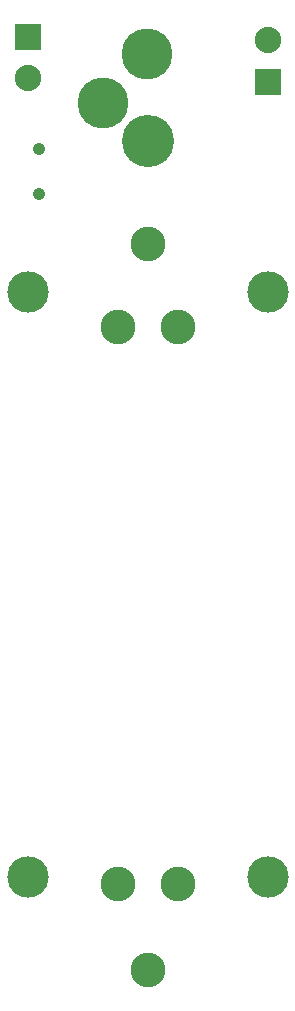
<source format=gbs>
G75*
%MOIN*%
%OFA0B0*%
%FSLAX25Y25*%
%IPPOS*%
%LPD*%
%AMOC8*
5,1,8,0,0,1.08239X$1,22.5*
%
%ADD10R,0.08800X0.08800*%
%ADD11C,0.08800*%
%ADD12C,0.17398*%
%ADD13C,0.17000*%
%ADD14C,0.11600*%
%ADD15C,0.13800*%
%ADD16C,0.04146*%
D10*
X0208333Y0350000D03*
X0128333Y0365000D03*
D11*
X0128333Y0351220D03*
X0208333Y0363780D03*
D12*
X0168333Y0330363D03*
D13*
X0153524Y0342874D03*
X0168233Y0359185D03*
D14*
X0168333Y0295937D03*
X0158333Y0268189D03*
X0178333Y0268189D03*
X0178333Y0082598D03*
X0158333Y0082598D03*
X0168333Y0054063D03*
D15*
X0128333Y0085000D03*
X0208333Y0085000D03*
X0208333Y0280000D03*
X0128333Y0280000D03*
D16*
X0131995Y0312520D03*
X0131995Y0327480D03*
M02*

</source>
